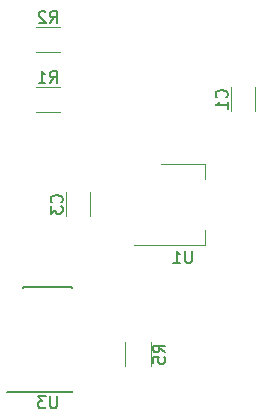
<source format=gbr>
G04 #@! TF.FileFunction,Legend,Bot*
%FSLAX46Y46*%
G04 Gerber Fmt 4.6, Leading zero omitted, Abs format (unit mm)*
G04 Created by KiCad (PCBNEW 4.0.7) date Monday, February 19, 2018 'AMt' 10:11:09 AM*
%MOMM*%
%LPD*%
G01*
G04 APERTURE LIST*
%ADD10C,0.100000*%
%ADD11C,0.120000*%
%ADD12C,0.150000*%
G04 APERTURE END LIST*
D10*
D11*
X78990000Y-22590000D02*
X78990000Y-20590000D01*
X81030000Y-20590000D02*
X81030000Y-22590000D01*
X65020000Y-31480000D02*
X65020000Y-29480000D01*
X67060000Y-29480000D02*
X67060000Y-31480000D01*
X62500000Y-22660000D02*
X64500000Y-22660000D01*
X64500000Y-20520000D02*
X62500000Y-20520000D01*
X62500000Y-17580000D02*
X64500000Y-17580000D01*
X64500000Y-15440000D02*
X62500000Y-15440000D01*
X70050000Y-42180000D02*
X70050000Y-44180000D01*
X72190000Y-44180000D02*
X72190000Y-42180000D01*
D12*
X61425000Y-46360000D02*
X61425000Y-46335000D01*
X65575000Y-46360000D02*
X65575000Y-46245000D01*
X65575000Y-37460000D02*
X65575000Y-37575000D01*
X61425000Y-37460000D02*
X61425000Y-37575000D01*
X61425000Y-46360000D02*
X65575000Y-46360000D01*
X61425000Y-37460000D02*
X65575000Y-37460000D01*
X61425000Y-46335000D02*
X60050000Y-46335000D01*
D11*
X76840000Y-27070000D02*
X76840000Y-28330000D01*
X76840000Y-33890000D02*
X76840000Y-32630000D01*
X73080000Y-27070000D02*
X76840000Y-27070000D01*
X70830000Y-33890000D02*
X76840000Y-33890000D01*
D12*
X78617143Y-21423334D02*
X78664762Y-21375715D01*
X78712381Y-21232858D01*
X78712381Y-21137620D01*
X78664762Y-20994762D01*
X78569524Y-20899524D01*
X78474286Y-20851905D01*
X78283810Y-20804286D01*
X78140952Y-20804286D01*
X77950476Y-20851905D01*
X77855238Y-20899524D01*
X77760000Y-20994762D01*
X77712381Y-21137620D01*
X77712381Y-21232858D01*
X77760000Y-21375715D01*
X77807619Y-21423334D01*
X78712381Y-22375715D02*
X78712381Y-21804286D01*
X78712381Y-22090000D02*
X77712381Y-22090000D01*
X77855238Y-21994762D01*
X77950476Y-21899524D01*
X77998095Y-21804286D01*
X64647143Y-30313334D02*
X64694762Y-30265715D01*
X64742381Y-30122858D01*
X64742381Y-30027620D01*
X64694762Y-29884762D01*
X64599524Y-29789524D01*
X64504286Y-29741905D01*
X64313810Y-29694286D01*
X64170952Y-29694286D01*
X63980476Y-29741905D01*
X63885238Y-29789524D01*
X63790000Y-29884762D01*
X63742381Y-30027620D01*
X63742381Y-30122858D01*
X63790000Y-30265715D01*
X63837619Y-30313334D01*
X63742381Y-30646667D02*
X63742381Y-31265715D01*
X64123333Y-30932381D01*
X64123333Y-31075239D01*
X64170952Y-31170477D01*
X64218571Y-31218096D01*
X64313810Y-31265715D01*
X64551905Y-31265715D01*
X64647143Y-31218096D01*
X64694762Y-31170477D01*
X64742381Y-31075239D01*
X64742381Y-30789524D01*
X64694762Y-30694286D01*
X64647143Y-30646667D01*
X63666666Y-20192381D02*
X64000000Y-19716190D01*
X64238095Y-20192381D02*
X64238095Y-19192381D01*
X63857142Y-19192381D01*
X63761904Y-19240000D01*
X63714285Y-19287619D01*
X63666666Y-19382857D01*
X63666666Y-19525714D01*
X63714285Y-19620952D01*
X63761904Y-19668571D01*
X63857142Y-19716190D01*
X64238095Y-19716190D01*
X62714285Y-20192381D02*
X63285714Y-20192381D01*
X63000000Y-20192381D02*
X63000000Y-19192381D01*
X63095238Y-19335238D01*
X63190476Y-19430476D01*
X63285714Y-19478095D01*
X63666666Y-15112381D02*
X64000000Y-14636190D01*
X64238095Y-15112381D02*
X64238095Y-14112381D01*
X63857142Y-14112381D01*
X63761904Y-14160000D01*
X63714285Y-14207619D01*
X63666666Y-14302857D01*
X63666666Y-14445714D01*
X63714285Y-14540952D01*
X63761904Y-14588571D01*
X63857142Y-14636190D01*
X64238095Y-14636190D01*
X63285714Y-14207619D02*
X63238095Y-14160000D01*
X63142857Y-14112381D01*
X62904761Y-14112381D01*
X62809523Y-14160000D01*
X62761904Y-14207619D01*
X62714285Y-14302857D01*
X62714285Y-14398095D01*
X62761904Y-14540952D01*
X63333333Y-15112381D01*
X62714285Y-15112381D01*
X73422381Y-43013334D02*
X72946190Y-42680000D01*
X73422381Y-42441905D02*
X72422381Y-42441905D01*
X72422381Y-42822858D01*
X72470000Y-42918096D01*
X72517619Y-42965715D01*
X72612857Y-43013334D01*
X72755714Y-43013334D01*
X72850952Y-42965715D01*
X72898571Y-42918096D01*
X72946190Y-42822858D01*
X72946190Y-42441905D01*
X72422381Y-43918096D02*
X72422381Y-43441905D01*
X72898571Y-43394286D01*
X72850952Y-43441905D01*
X72803333Y-43537143D01*
X72803333Y-43775239D01*
X72850952Y-43870477D01*
X72898571Y-43918096D01*
X72993810Y-43965715D01*
X73231905Y-43965715D01*
X73327143Y-43918096D01*
X73374762Y-43870477D01*
X73422381Y-43775239D01*
X73422381Y-43537143D01*
X73374762Y-43441905D01*
X73327143Y-43394286D01*
X64261905Y-46737381D02*
X64261905Y-47546905D01*
X64214286Y-47642143D01*
X64166667Y-47689762D01*
X64071429Y-47737381D01*
X63880952Y-47737381D01*
X63785714Y-47689762D01*
X63738095Y-47642143D01*
X63690476Y-47546905D01*
X63690476Y-46737381D01*
X63309524Y-46737381D02*
X62690476Y-46737381D01*
X63023810Y-47118333D01*
X62880952Y-47118333D01*
X62785714Y-47165952D01*
X62738095Y-47213571D01*
X62690476Y-47308810D01*
X62690476Y-47546905D01*
X62738095Y-47642143D01*
X62785714Y-47689762D01*
X62880952Y-47737381D01*
X63166667Y-47737381D01*
X63261905Y-47689762D01*
X63309524Y-47642143D01*
X75691905Y-34432381D02*
X75691905Y-35241905D01*
X75644286Y-35337143D01*
X75596667Y-35384762D01*
X75501429Y-35432381D01*
X75310952Y-35432381D01*
X75215714Y-35384762D01*
X75168095Y-35337143D01*
X75120476Y-35241905D01*
X75120476Y-34432381D01*
X74120476Y-35432381D02*
X74691905Y-35432381D01*
X74406191Y-35432381D02*
X74406191Y-34432381D01*
X74501429Y-34575238D01*
X74596667Y-34670476D01*
X74691905Y-34718095D01*
M02*

</source>
